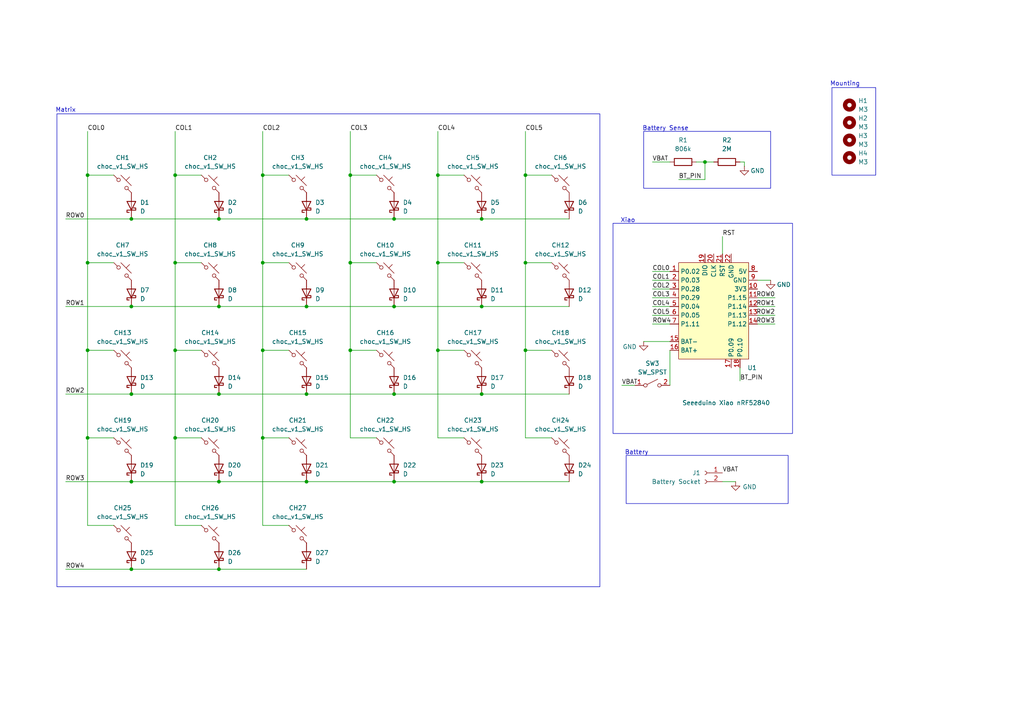
<source format=kicad_sch>
(kicad_sch (version 20250114) (generator "eeschema") (generator_version "9.0")
  (paper "A4")
  (lib_symbols
    (symbol "Connector:Conn_01x02_Socket" (pin_names (offset 1.016) (hide yes))
      (property "Reference" "J" (at 0 2.54 0))
      (property "Value" "Conn_01x02_Socket" (at 0 -5.08 0))
      (symbol "Conn_01x02_Socket_1_1"
        (polyline (pts (xy -1.27 0) (xy -0.508 0)) (stroke (width 0.1524)))
        (polyline (pts (xy -1.27 -2.54) (xy -0.508 -2.54)) (stroke (width 0.1524)))
        (arc (start 0 -0.508) (mid -0.5058 0) (end 0 0.508) (stroke (width 0.1524)))
        (arc (start 0 -3.048) (mid -0.5058 -2.54) (end 0 -2.032) (stroke (width 0.1524)))
        (pin passive line (at -5.08 0 0) (length 3.81) (name "Pin_1") (number "1"))
        (pin passive line (at -5.08 -2.54 0) (length 3.81) (name "Pin_2") (number "2"))
      )
    )
    (symbol "Device:R" (pin_numbers (hide yes)) (pin_names (offset 0))
      (property "Reference" "R" (at 2.032 0 90))
      (property "Value" "R" (at 0 0 90))
      (symbol "R_0_1"
        (rectangle (start -1.016 -2.54) (end 1.016 2.54) (stroke (width 0.254)))
      )
      (symbol "R_1_1"
        (pin passive line (at 0 3.81 270) (length 1.27) (name "~") (number "1"))
        (pin passive line (at 0 -3.81 90) (length 1.27) (name "~") (number "2"))
      )
    )
    (symbol "Diode:1N5819" (pin_numbers (hide yes)) (pin_names (offset 1.016) (hide yes))
      (property "Reference" "D" (at 0 2.54 0))
      (property "Value" "1N5819" (at 0 -2.54 0))
      (symbol "1N5819_0_1"
        (polyline (pts (xy -1.905 0.635) (xy -1.905 1.27) (xy -1.27 1.27) (xy -1.27 -1.27) (xy -0.635 -1.27) (xy -0.635 -0.635)) (stroke (width 0.254)))
        (polyline (pts (xy 1.27 1.27) (xy 1.27 -1.27) (xy -1.27 0) (xy 1.27 1.27)) (stroke (width 0.254)))
        (polyline (pts (xy 1.27 0) (xy -1.27 0)))
      )
      (symbol "1N5819_1_1"
        (pin passive line (at -3.81 0 0) (length 2.54) (name "K") (number "1"))
        (pin passive line (at 3.81 0 180) (length 2.54) (name "A") (number "2"))
      )
    )
    (symbol "Mechanical:MountingHole" (pin_names (offset 1.016)) (in_bom no)
      (property "Reference" "H" (at 0 5.08 0))
      (property "Value" "MountingHole" (at 0 3.175 0))
      (symbol "MountingHole_0_1"
        (circle (center 0 0) (radius 1.27) (stroke (width 1.27)))
      )
    )
    (symbol "PCM_marbastlib-choc:choc_v1_SW_HS_CPG135001S30" (pin_numbers (hide yes)) (pin_names (offset 1.016) (hide yes))
      (property "Reference" "CH" (at 3.048 1.016 0))
      (property "Value" "choc_v1_SW_HS" (at 0 -3.81 0))
      (symbol "choc_v1_SW_HS_CPG135001S30_0_1"
        (polyline (pts (xy -2.54 2.54) (xy -1.524 1.524) (xy -1.524 1.524)))
        (circle (center -1.1684 1.1684) (radius 0.508))
        (polyline (pts (xy -0.508 2.54) (xy 2.54 -0.508)))
        (polyline (pts (xy 1.016 1.016) (xy 2.032 2.032)))
        (circle (center 1.143 -1.1938) (radius 0.508))
        (polyline (pts (xy 1.524 -1.524) (xy 2.54 -2.54) (xy 2.54 -2.54) (xy 2.54 -2.54)))
        (pin passive line (at -2.54 2.54 0) (length 0) (name "1") (number "1"))
        (pin passive line (at 2.54 -2.54 180) (length 0) (name "2") (number "2"))
      )
    )
    (symbol "PCM_marbastlib-promicroish:Seeeduino_Xiao_nRF52840" (in_bom no)
      (property "Reference" "U" (at -10.16 -12.7 0))
      (property "Value" "Seeeduino Xiao nRF52840" (at -10.16 -15.24 0))
      (symbol "Seeeduino_Xiao_nRF52840_1_0"
        (pin bidirectional line (at -12.7 13.97 0) (length 2.54) (name "P0.02") (number "1"))
        (pin bidirectional line (at -12.7 11.43 0) (length 2.54) (name "P0.03") (number "2"))
        (pin bidirectional line (at -12.7 8.89 0) (length 2.54) (name "P0.28") (number "3"))
        (pin bidirectional line (at -12.7 6.35 0) (length 2.54) (name "P0.29") (number "4"))
        (pin bidirectional line (at -12.7 3.81 0) (length 2.54) (name "P0.04") (number "5"))
        (pin bidirectional line (at -12.7 1.27 0) (length 2.54) (name "P0.05") (number "6"))
        (pin bidirectional line (at -12.7 -1.27 0) (length 2.54) (name "P1.11") (number "7"))
        (pin power_in line (at -12.7 -6.35 0) (length 2.54) (name "BAT-") (number "15"))
        (pin power_in line (at -12.7 -8.89 0) (length 2.54) (name "BAT+") (number "16"))
        (pin bidirectional line (at -2.54 19.05 270) (length 2.54) (name "DIO") (number "19"))
        (pin bidirectional line (at 0 19.05 270) (length 2.54) (name "CLK") (number "20"))
        (pin bidirectional line (at 2.54 19.05 270) (length 2.54) (name "RST") (number "21"))
        (pin power_out line (at 5.08 19.05 270) (length 2.54) (name "GND") (number "22"))
        (pin bidirectional line (at 5.08 -13.97 90) (length 2.54) (name "P0.09") (number "17"))
        (pin bidirectional line (at 7.62 -13.97 90) (length 2.54) (name "P0.10") (number "18"))
        (pin power_out line (at 12.7 13.97 180) (length 2.54) (name "5V") (number "8"))
        (pin power_out line (at 12.7 11.43 180) (length 2.54) (name "GND") (number "9"))
        (pin power_out line (at 12.7 8.89 180) (length 2.54) (name "3V3") (number "10"))
        (pin bidirectional line (at 12.7 6.35 180) (length 2.54) (name "P1.15") (number "11"))
        (pin bidirectional line (at 12.7 3.81 180) (length 2.54) (name "P1.14") (number "12"))
        (pin bidirectional line (at 12.7 1.27 180) (length 2.54) (name "P1.13") (number "13"))
        (pin bidirectional line (at 12.7 -1.27 180) (length 2.54) (name "P1.12") (number "14"))
      )
      (symbol "Seeeduino_Xiao_nRF52840_1_1"
        (rectangle (start -10.16 16.51) (end 10.16 -11.43) (fill (type background)))
      )
    )
    (symbol "Switch:SW_SPST" (pin_names (offset 0) (hide yes))
      (property "Reference" "SW" (at 0 3.175 0))
      (property "Value" "SW_SPST" (at 0 -2.54 0))
      (symbol "SW_SPST_0_0"
        (circle (center -2.032 0) (radius 0.508))
        (polyline (pts (xy -1.524 0.254) (xy 1.524 1.778)))
        (circle (center 2.032 0) (radius 0.508))
      )
      (symbol "SW_SPST_1_1"
        (pin passive line (at -5.08 0 0) (length 2.54) (name "A") (number "1"))
        (pin passive line (at 5.08 0 180) (length 2.54) (name "B") (number "2"))
      )
    )
    (symbol "power:GND" (power) (pin_numbers (hide yes)) (pin_names (offset 0) (hide yes))
      (property "Value" "GND" (at 0 -3.81 0))
      (symbol "GND_0_1"
        (polyline (pts (xy 0 0) (xy 0 -1.27) (xy 1.27 -1.27) (xy 0 -2.54) (xy -1.27 -1.27) (xy 0 -1.27)))
      )
      (symbol "GND_1_1"
        (pin power_in line (at 0 0 270) (length 0) (name "~") (number "1"))
      )
    )
  )
  (rectangle (start 241.3 25.4) (end 254 50.8))
  (rectangle (start 181.61 132.08) (end 228.6 146.05))
  (rectangle (start 16.51 33.02) (end 173.99 170.18))
  (rectangle (start 177.8 64.77) (end 229.87 125.73))
  (rectangle (start 186.69 38.1) (end 223.52 54.61))
  (text "Battery Sense" (at 193.04 37.338 0) (effects (font (size 1.27 1.27))))
  (text "Xiao" (at 182.118 64.008 0) (effects (font (size 1.27 1.27))))
  (text "Mounting" (at 245.11 24.384 0) (effects (font (size 1.27 1.27))))
  (text "Battery" (at 184.658 131.318 0) (effects (font (size 1.27 1.27))))
  (text "Matrix" (at 19.05 32.004 0) (effects (font (size 1.27 1.27))))
  (junction (at 76.2 101.6))
  (junction (at 63.5 88.9))
  (junction (at 25.4 76.2))
  (junction (at 88.9 63.5))
  (junction (at 204.47 46.99))
  (junction (at 38.1 63.5))
  (junction (at 114.3 63.5))
  (junction (at 114.3 114.3))
  (junction (at 139.7 63.5))
  (junction (at 114.3 139.7))
  (junction (at 127 50.8))
  (junction (at 63.5 63.5))
  (junction (at 139.7 88.9))
  (junction (at 139.7 114.3))
  (junction (at 152.4 101.6))
  (junction (at 88.9 88.9))
  (junction (at 50.8 76.2))
  (junction (at 25.4 101.6))
  (junction (at 76.2 127))
  (junction (at 88.9 139.7))
  (junction (at 63.5 165.1))
  (junction (at 63.5 114.3))
  (junction (at 127 101.6))
  (junction (at 114.3 88.9))
  (junction (at 127 76.2))
  (junction (at 25.4 50.8))
  (junction (at 38.1 114.3))
  (junction (at 88.9 114.3))
  (junction (at 50.8 101.6))
  (junction (at 76.2 76.2))
  (junction (at 50.8 50.8))
  (junction (at 76.2 50.8))
  (junction (at 50.8 127))
  (junction (at 101.6 50.8))
  (junction (at 38.1 88.9))
  (junction (at 25.4 127))
  (junction (at 152.4 76.2))
  (junction (at 63.5 139.7))
  (junction (at 38.1 139.7))
  (junction (at 101.6 101.6))
  (junction (at 101.6 76.2))
  (junction (at 152.4 50.8))
  (junction (at 38.1 165.1))
  (junction (at 139.7 139.7))
  (wire (pts (xy 38.1 88.9) (xy 63.5 88.9)))
  (wire (pts (xy 25.4 50.8) (xy 33.02 50.8)))
  (wire (pts (xy 114.3 139.7) (xy 139.7 139.7)))
  (wire (pts (xy 114.3 88.9) (xy 139.7 88.9)))
  (wire (pts (xy 76.2 127) (xy 83.82 127)))
  (wire (pts (xy 76.2 50.8) (xy 83.82 50.8)))
  (wire (pts (xy 25.4 38.1) (xy 25.4 50.8)))
  (wire (pts (xy 139.7 114.3) (xy 165.1 114.3)))
  (wire (pts (xy 219.71 81.28) (xy 223.52 81.28)))
  (wire (pts (xy 63.5 165.1) (xy 88.9 165.1)))
  (wire (pts (xy 101.6 101.6) (xy 101.6 127)))
  (wire (pts (xy 19.05 165.1) (xy 38.1 165.1)))
  (wire (pts (xy 204.47 52.07) (xy 196.85 52.07)))
  (wire (pts (xy 50.8 101.6) (xy 58.42 101.6)))
  (wire (pts (xy 204.47 46.99) (xy 204.47 52.07)))
  (wire (pts (xy 101.6 50.8) (xy 109.22 50.8)))
  (wire (pts (xy 63.5 114.3) (xy 88.9 114.3)))
  (wire (pts (xy 88.9 88.9) (xy 114.3 88.9)))
  (wire (pts (xy 101.6 101.6) (xy 109.22 101.6)))
  (wire (pts (xy 152.4 127) (xy 160.02 127)))
  (wire (pts (xy 189.23 78.74) (xy 194.31 78.74)))
  (wire (pts (xy 88.9 63.5) (xy 114.3 63.5)))
  (wire (pts (xy 152.4 76.2) (xy 160.02 76.2)))
  (wire (pts (xy 127 101.6) (xy 134.62 101.6)))
  (wire (pts (xy 76.2 101.6) (xy 83.82 101.6)))
  (wire (pts (xy 214.63 106.68) (xy 214.63 110.49)))
  (wire (pts (xy 152.4 76.2) (xy 152.4 101.6)))
  (wire (pts (xy 76.2 76.2) (xy 83.82 76.2)))
  (wire (pts (xy 152.4 50.8) (xy 152.4 76.2)))
  (wire (pts (xy 189.23 86.36) (xy 194.31 86.36)))
  (wire (pts (xy 189.23 93.98) (xy 194.31 93.98)))
  (wire (pts (xy 224.79 86.36) (xy 219.71 86.36)))
  (wire (pts (xy 152.4 38.1) (xy 152.4 50.8)))
  (wire (pts (xy 38.1 165.1) (xy 63.5 165.1)))
  (wire (pts (xy 58.42 152.4) (xy 50.8 152.4)))
  (wire (pts (xy 189.23 88.9) (xy 194.31 88.9)))
  (wire (pts (xy 189.23 83.82) (xy 194.31 83.82)))
  (wire (pts (xy 101.6 38.1) (xy 101.6 50.8)))
  (wire (pts (xy 201.93 46.99) (xy 204.47 46.99)))
  (wire (pts (xy 101.6 50.8) (xy 101.6 76.2)))
  (wire (pts (xy 215.9 46.99) (xy 215.9 48.26)))
  (wire (pts (xy 25.4 127) (xy 25.4 152.4)))
  (wire (pts (xy 152.4 101.6) (xy 152.4 127)))
  (wire (pts (xy 25.4 127) (xy 33.02 127)))
  (wire (pts (xy 76.2 50.8) (xy 76.2 76.2)))
  (wire (pts (xy 50.8 127) (xy 58.42 127)))
  (wire (pts (xy 38.1 114.3) (xy 63.5 114.3)))
  (wire (pts (xy 127 38.1) (xy 127 50.8)))
  (wire (pts (xy 139.7 63.5) (xy 165.1 63.5)))
  (wire (pts (xy 209.55 68.58) (xy 209.55 73.66)))
  (wire (pts (xy 38.1 139.7) (xy 63.5 139.7)))
  (wire (pts (xy 127 127) (xy 134.62 127)))
  (wire (pts (xy 114.3 114.3) (xy 139.7 114.3)))
  (wire (pts (xy 114.3 63.5) (xy 139.7 63.5)))
  (wire (pts (xy 139.7 88.9) (xy 165.1 88.9)))
  (wire (pts (xy 139.7 139.7) (xy 165.1 139.7)))
  (wire (pts (xy 224.79 88.9) (xy 219.71 88.9)))
  (wire (pts (xy 50.8 127) (xy 50.8 152.4)))
  (wire (pts (xy 204.47 46.99) (xy 207.01 46.99)))
  (wire (pts (xy 50.8 50.8) (xy 50.8 76.2)))
  (wire (pts (xy 127 76.2) (xy 127 101.6)))
  (wire (pts (xy 25.4 101.6) (xy 25.4 127)))
  (wire (pts (xy 76.2 127) (xy 76.2 152.4)))
  (wire (pts (xy 101.6 76.2) (xy 109.22 76.2)))
  (wire (pts (xy 127 50.8) (xy 134.62 50.8)))
  (wire (pts (xy 25.4 76.2) (xy 33.02 76.2)))
  (wire (pts (xy 25.4 101.6) (xy 33.02 101.6)))
  (wire (pts (xy 224.79 91.44) (xy 219.71 91.44)))
  (wire (pts (xy 19.05 88.9) (xy 38.1 88.9)))
  (wire (pts (xy 180.34 111.76) (xy 184.15 111.76)))
  (wire (pts (xy 88.9 114.3) (xy 114.3 114.3)))
  (wire (pts (xy 101.6 127) (xy 109.22 127)))
  (wire (pts (xy 25.4 50.8) (xy 25.4 76.2)))
  (wire (pts (xy 209.55 139.7) (xy 213.36 139.7)))
  (wire (pts (xy 189.23 81.28) (xy 194.31 81.28)))
  (wire (pts (xy 101.6 76.2) (xy 101.6 101.6)))
  (wire (pts (xy 25.4 152.4) (xy 33.02 152.4)))
  (wire (pts (xy 214.63 46.99) (xy 215.9 46.99)))
  (wire (pts (xy 25.4 76.2) (xy 25.4 101.6)))
  (wire (pts (xy 50.8 38.1) (xy 50.8 50.8)))
  (wire (pts (xy 76.2 76.2) (xy 76.2 101.6)))
  (wire (pts (xy 19.05 63.5) (xy 38.1 63.5)))
  (wire (pts (xy 152.4 50.8) (xy 160.02 50.8)))
  (wire (pts (xy 83.82 152.4) (xy 76.2 152.4)))
  (wire (pts (xy 194.31 101.6) (xy 194.31 111.76)))
  (wire (pts (xy 189.23 46.99) (xy 194.31 46.99)))
  (wire (pts (xy 38.1 63.5) (xy 63.5 63.5)))
  (wire (pts (xy 19.05 139.7) (xy 38.1 139.7)))
  (wire (pts (xy 76.2 38.1) (xy 76.2 50.8)))
  (wire (pts (xy 63.5 63.5) (xy 88.9 63.5)))
  (wire (pts (xy 63.5 139.7) (xy 88.9 139.7)))
  (wire (pts (xy 50.8 50.8) (xy 58.42 50.8)))
  (wire (pts (xy 127 76.2) (xy 134.62 76.2)))
  (wire (pts (xy 76.2 101.6) (xy 76.2 127)))
  (wire (pts (xy 50.8 76.2) (xy 50.8 101.6)))
  (wire (pts (xy 63.5 88.9) (xy 88.9 88.9)))
  (wire (pts (xy 19.05 114.3) (xy 38.1 114.3)))
  (wire (pts (xy 152.4 101.6) (xy 160.02 101.6)))
  (wire (pts (xy 186.69 99.06) (xy 194.31 99.06)))
  (wire (pts (xy 88.9 139.7) (xy 114.3 139.7)))
  (wire (pts (xy 50.8 76.2) (xy 58.42 76.2)))
  (wire (pts (xy 189.23 91.44) (xy 194.31 91.44)))
  (wire (pts (xy 127 50.8) (xy 127 76.2)))
  (wire (pts (xy 50.8 101.6) (xy 50.8 127)))
  (wire (pts (xy 127 101.6) (xy 127 127)))
  (wire (pts (xy 224.79 93.98) (xy 219.71 93.98)))
  (label "COL3" (at 101.6 38.1 0))
  (label "VBAT" (at 189.23 46.99 0))
  (label "RST" (at 209.55 68.58 0))
  (label "COL2" (at 189.23 83.82 0))
  (label "ROW1" (at 19.05 88.9 0))
  (label "COL0" (at 189.23 78.74 0))
  (label "ROW2" (at 224.79 91.44 180))
  (label "COL0" (at 25.4 38.1 0))
  (label "ROW0" (at 224.79 86.36 180))
  (label "COL4" (at 189.23 88.9 0))
  (label "ROW0" (at 19.05 63.5 0))
  (label "COL5" (at 152.4 38.1 0))
  (label "COL1" (at 50.8 38.1 0))
  (label "BT_PIN" (at 214.63 110.49 0))
  (label "ROW4" (at 19.05 165.1 0))
  (label "COL3" (at 189.23 86.36 0))
  (label "COL4" (at 127 38.1 0))
  (label "VBAT" (at 209.55 137.16 0))
  (label "VBAT" (at 180.34 111.76 0))
  (label "COL1" (at 189.23 81.28 0))
  (label "ROW3" (at 224.79 93.98 180))
  (label "ROW4" (at 189.23 93.98 0))
  (label "BT_PIN" (at 196.85 52.07 0))
  (label "COL2" (at 76.2 38.1 0))
  (label "ROW2" (at 19.05 114.3 0))
  (label "COL5" (at 189.23 91.44 0))
  (label "ROW3" (at 19.05 139.7 0))
  (label "ROW1" (at 224.79 88.9 180))
  (symbol (lib_id "Diode:1N5819") (at 88.9 161.29 90) (unit 1)
    (property "Reference" "D54" (at 91.44 160.3374 90) (effects (justify right)))
    (property "Value" "D" (at 91.44 162.8774 90) (effects (justify right)))
    (property "Footprint" "Diode_SMD:D_SOD-123" (effects (hide yes)))
    (property "Datasheet" "http://www.vishay.com/docs/88525/1n5817.pdf" (effects (hide yes)))
    (property "Description" "40V 1A Schottky Barrier Rectifier Diode, DO-41" (effects (hide yes)))
    (property "Sim.Device" "D" (effects (hide yes)))
    (property "Sim.Pins" "1=K 2=A" (effects (hide yes)))
    (instances (project "split-keeb-v2" (path "" (reference "D27") (unit 1)) (path "" (reference "D54") (unit 1))))
  )
  (symbol (lib_id "power:GND") (at 213.36 139.7 0) (unit 1)
    (property "Reference" "#PWR04" (effects (hide yes)))
    (property "Value" "GND" (at 217.424 141.224 0))
    (property "Description" "Power symbol creates a global label with name \"GND\" , ground" (effects (hide yes)))
    (instances (project "split-keeb-v2" (path "" (reference "#PWR03") (unit 1)) (path "" (reference "#PWR04") (unit 1))))
  )
  (symbol (lib_id "Diode:1N5819") (at 63.5 110.49 90) (unit 1)
    (property "Reference" "D34" (at 66.04 109.5374 90) (effects (justify right)))
    (property "Value" "D" (at 66.04 112.0774 90) (effects (justify right)))
    (property "Footprint" "Diode_SMD:D_SOD-123" (effects (hide yes)))
    (property "Datasheet" "http://www.vishay.com/docs/88525/1n5817.pdf" (effects (hide yes)))
    (property "Description" "40V 1A Schottky Barrier Rectifier Diode, DO-41" (effects (hide yes)))
    (property "Sim.Device" "D" (effects (hide yes)))
    (property "Sim.Pins" "1=K 2=A" (effects (hide yes)))
    (instances (project "split-keeb-v2" (path "" (reference "D14") (unit 1)) (path "" (reference "D34") (unit 1))))
  )
  (symbol (lib_id "Diode:1N5819") (at 88.9 85.09 90) (unit 1)
    (property "Reference" "D37" (at 91.44 84.1374 90) (effects (justify right)))
    (property "Value" "D" (at 91.44 86.6774 90) (effects (justify right)))
    (property "Footprint" "Diode_SMD:D_SOD-123" (effects (hide yes)))
    (property "Datasheet" "http://www.vishay.com/docs/88525/1n5817.pdf" (effects (hide yes)))
    (property "Description" "40V 1A Schottky Barrier Rectifier Diode, DO-41" (effects (hide yes)))
    (property "Sim.Device" "D" (effects (hide yes)))
    (property "Sim.Pins" "1=K 2=A" (effects (hide yes)))
    (instances (project "split-keeb-v2" (path "" (reference "D9") (unit 1)) (path "" (reference "D37") (unit 1))))
  )
  (symbol (lib_id "PCM_marbastlib-choc:choc_v1_SW_HS_CPG135001S30") (at 111.76 129.54 0) (unit 1)
    (property "Reference" "CH49" (at 111.76 121.92 0))
    (property "Value" "choc_v1_SW_HS" (at 111.76 124.46 0))
    (property "Footprint" "PCM_marbastlib-choc:SW_choc_v1_HS_CPG135001S30_1u" (effects (hide yes)))
    (property "Description" "Push button switch, normally open, two pins, 45° tilted" (effects (hide yes)))
    (instances (project "split-keeb-v2" (path "" (reference "CH22") (unit 1)) (path "" (reference "CH49") (unit 1))))
  )
  (symbol (lib_id "Diode:1N5819") (at 165.1 135.89 90) (unit 1)
    (property "Reference" "D53" (at 167.64 134.9374 90) (effects (justify right)))
    (property "Value" "D" (at 167.64 137.4774 90) (effects (justify right)))
    (property "Footprint" "Diode_SMD:D_SOD-123" (effects (hide yes)))
    (property "Datasheet" "http://www.vishay.com/docs/88525/1n5817.pdf" (effects (hide yes)))
    (property "Description" "40V 1A Schottky Barrier Rectifier Diode, DO-41" (effects (hide yes)))
    (property "Sim.Device" "D" (effects (hide yes)))
    (property "Sim.Pins" "1=K 2=A" (effects (hide yes)))
    (instances (project "split-keeb-v2" (path "" (reference "D24") (unit 1)) (path "" (reference "D53") (unit 1))))
  )
  (symbol (lib_id "PCM_marbastlib-choc:choc_v1_SW_HS_CPG135001S30") (at 137.16 129.54 0) (unit 1)
    (property "Reference" "CH50" (at 137.16 121.92 0))
    (property "Value" "choc_v1_SW_HS" (at 137.16 124.46 0))
    (property "Footprint" "PCM_marbastlib-choc:SW_choc_v1_HS_CPG135001S30_1u" (effects (hide yes)))
    (property "Description" "Push button switch, normally open, two pins, 45° tilted" (effects (hide yes)))
    (instances (project "split-keeb-v2" (path "" (reference "CH23") (unit 1)) (path "" (reference "CH50") (unit 1))))
  )
  (symbol (lib_id "Diode:1N5819") (at 139.7 135.89 90) (unit 1)
    (property "Reference" "D48" (at 142.24 134.9374 90) (effects (justify right)))
    (property "Value" "D" (at 142.24 137.4774 90) (effects (justify right)))
    (property "Footprint" "Diode_SMD:D_SOD-123" (effects (hide yes)))
    (property "Datasheet" "http://www.vishay.com/docs/88525/1n5817.pdf" (effects (hide yes)))
    (property "Description" "40V 1A Schottky Barrier Rectifier Diode, DO-41" (effects (hide yes)))
    (property "Sim.Device" "D" (effects (hide yes)))
    (property "Sim.Pins" "1=K 2=A" (effects (hide yes)))
    (instances (project "split-keeb-v2" (path "" (reference "D23") (unit 1)) (path "" (reference "D48") (unit 1))))
  )
  (symbol (lib_id "Diode:1N5819") (at 114.3 135.89 90) (unit 1)
    (property "Reference" "D43" (at 116.84 134.9374 90) (effects (justify right)))
    (property "Value" "D" (at 116.84 137.4774 90) (effects (justify right)))
    (property "Footprint" "Diode_SMD:D_SOD-123" (effects (hide yes)))
    (property "Datasheet" "http://www.vishay.com/docs/88525/1n5817.pdf" (effects (hide yes)))
    (property "Description" "40V 1A Schottky Barrier Rectifier Diode, DO-41" (effects (hide yes)))
    (property "Sim.Device" "D" (effects (hide yes)))
    (property "Sim.Pins" "1=K 2=A" (effects (hide yes)))
    (instances (project "split-keeb-v2" (path "" (reference "D22") (unit 1)) (path "" (reference "D43") (unit 1))))
  )
  (symbol (lib_id "PCM_marbastlib-choc:choc_v1_SW_HS_CPG135001S30") (at 60.96 104.14 0) (unit 1)
    (property "Reference" "CH41" (at 60.96 96.52 0))
    (property "Value" "choc_v1_SW_HS" (at 60.96 99.06 0))
    (property "Footprint" "PCM_marbastlib-choc:SW_choc_v1_HS_CPG135001S30_1u" (effects (hide yes)))
    (property "Description" "Push button switch, normally open, two pins, 45° tilted" (effects (hide yes)))
    (instances (project "split-keeb-v2" (path "" (reference "CH14") (unit 1)) (path "" (reference "CH41") (unit 1))))
  )
  (symbol (lib_id "Diode:1N5819") (at 88.9 59.69 90) (unit 1)
    (property "Reference" "D36" (at 91.44 58.7374 90) (effects (justify right)))
    (property "Value" "D" (at 91.44 61.2774 90) (effects (justify right)))
    (property "Footprint" "Diode_SMD:D_SOD-123" (effects (hide yes)))
    (property "Datasheet" "http://www.vishay.com/docs/88525/1n5817.pdf" (effects (hide yes)))
    (property "Description" "40V 1A Schottky Barrier Rectifier Diode, DO-41" (effects (hide yes)))
    (property "Sim.Device" "D" (effects (hide yes)))
    (property "Sim.Pins" "1=K 2=A" (effects (hide yes)))
    (instances (project "split-keeb-v2" (path "" (reference "D3") (unit 1)) (path "" (reference "D36") (unit 1))))
  )
  (symbol (lib_id "Device:R") (at 198.12 46.99 90) (unit 1)
    (property "Reference" "R3" (at 198.12 40.64 90))
    (property "Value" "806k" (at 198.12 43.18 90))
    (property "Footprint" "Resistor_SMD:R_0805_2012Metric" (effects (hide yes)))
    (property "Description" "Resistor" (effects (hide yes)))
    (instances (project "" (path "" (reference "R1") (unit 1)) (path "" (reference "R3") (unit 1))))
  )
  (symbol (lib_id "PCM_marbastlib-choc:choc_v1_SW_HS_CPG135001S30") (at 60.96 129.54 0) (unit 1)
    (property "Reference" "CH47" (at 60.96 121.92 0))
    (property "Value" "choc_v1_SW_HS" (at 60.96 124.46 0))
    (property "Footprint" "PCM_marbastlib-choc:SW_choc_v1_HS_CPG135001S30_1u" (effects (hide yes)))
    (property "Description" "Push button switch, normally open, two pins, 45° tilted" (effects (hide yes)))
    (instances (project "split-keeb-v2" (path "" (reference "CH20") (unit 1)) (path "" (reference "CH47") (unit 1))))
  )
  (symbol (lib_id "PCM_marbastlib-choc:choc_v1_SW_HS_CPG135001S30") (at 111.76 104.14 0) (unit 1)
    (property "Reference" "CH43" (at 111.76 96.52 0))
    (property "Value" "choc_v1_SW_HS" (at 111.76 99.06 0))
    (property "Footprint" "PCM_marbastlib-choc:SW_choc_v1_HS_CPG135001S30_1u" (effects (hide yes)))
    (property "Description" "Push button switch, normally open, two pins, 45° tilted" (effects (hide yes)))
    (instances (project "split-keeb-v2" (path "" (reference "CH16") (unit 1)) (path "" (reference "CH43") (unit 1))))
  )
  (symbol (lib_id "Diode:1N5819") (at 63.5 161.29 90) (unit 1)
    (property "Reference" "D49" (at 66.04 160.3374 90) (effects (justify right)))
    (property "Value" "D" (at 66.04 162.8774 90) (effects (justify right)))
    (property "Footprint" "Diode_SMD:D_SOD-123" (effects (hide yes)))
    (property "Datasheet" "http://www.vishay.com/docs/88525/1n5817.pdf" (effects (hide yes)))
    (property "Description" "40V 1A Schottky Barrier Rectifier Diode, DO-41" (effects (hide yes)))
    (property "Sim.Device" "D" (effects (hide yes)))
    (property "Sim.Pins" "1=K 2=A" (effects (hide yes)))
    (instances (project "split-keeb-v2" (path "" (reference "D26") (unit 1)) (path "" (reference "D49") (unit 1))))
  )
  (symbol (lib_id "PCM_marbastlib-choc:choc_v1_SW_HS_CPG135001S30") (at 35.56 154.94 0) (unit 1)
    (property "Reference" "CH52" (at 35.56 147.32 0))
    (property "Value" "choc_v1_SW_HS" (at 35.56 149.86 0))
    (property "Footprint" "PCM_marbastlib-choc:SW_choc_v1_HS_CPG135001S30_1u" (effects (hide yes)))
    (property "Description" "Push button switch, normally open, two pins, 45° tilted" (effects (hide yes)))
    (instances (project "split-keeb-v2" (path "" (reference "CH25") (unit 1)) (path "" (reference "CH52") (unit 1))))
  )
  (symbol (lib_id "Switch:SW_SPST") (at 189.23 111.76 0) (unit 1)
    (property "Reference" "SW4" (at 189.23 105.41 0))
    (property "Value" "SW_SPST" (at 189.23 107.95 0))
    (property "Footprint" "Button_Switch_SMD:SW_SPDT_PCM12" (effects (hide yes)))
    (property "Description" "Single Pole Single Throw (SPST) switch" (effects (hide yes)))
    (instances (project "" (path "" (reference "SW3") (unit 1)) (path "" (reference "SW4") (unit 1))))
  )
  (symbol (lib_id "Diode:1N5819") (at 88.9 135.89 90) (unit 1)
    (property "Reference" "D39" (at 91.44 134.9374 90) (effects (justify right)))
    (property "Value" "D" (at 91.44 137.4774 90) (effects (justify right)))
    (property "Footprint" "Diode_SMD:D_SOD-123" (effects (hide yes)))
    (property "Datasheet" "http://www.vishay.com/docs/88525/1n5817.pdf" (effects (hide yes)))
    (property "Description" "40V 1A Schottky Barrier Rectifier Diode, DO-41" (effects (hide yes)))
    (property "Sim.Device" "D" (effects (hide yes)))
    (property "Sim.Pins" "1=K 2=A" (effects (hide yes)))
    (instances (project "split-keeb-v2" (path "" (reference "D21") (unit 1)) (path "" (reference "D39") (unit 1))))
  )
  (symbol (lib_id "Diode:1N5819") (at 38.1 85.09 90) (unit 1)
    (property "Reference" "D29" (at 40.64 84.1374 90) (effects (justify right)))
    (property "Value" "D" (at 40.64 86.6774 90) (effects (justify right)))
    (property "Footprint" "Diode_SMD:D_SOD-123" (effects (hide yes)))
    (property "Datasheet" "http://www.vishay.com/docs/88525/1n5817.pdf" (effects (hide yes)))
    (property "Description" "40V 1A Schottky Barrier Rectifier Diode, DO-41" (effects (hide yes)))
    (property "Sim.Device" "D" (effects (hide yes)))
    (property "Sim.Pins" "1=K 2=A" (effects (hide yes)))
    (instances (project "split-keeb-v2" (path "" (reference "D7") (unit 1)) (path "" (reference "D29") (unit 1))))
  )
  (symbol (lib_id "Diode:1N5819") (at 63.5 59.69 90) (unit 1)
    (property "Reference" "D32" (at 66.04 58.7374 90) (effects (justify right)))
    (property "Value" "D" (at 66.04 61.2774 90) (effects (justify right)))
    (property "Footprint" "Diode_SMD:D_SOD-123" (effects (hide yes)))
    (property "Datasheet" "http://www.vishay.com/docs/88525/1n5817.pdf" (effects (hide yes)))
    (property "Description" "40V 1A Schottky Barrier Rectifier Diode, DO-41" (effects (hide yes)))
    (property "Sim.Device" "D" (effects (hide yes)))
    (property "Sim.Pins" "1=K 2=A" (effects (hide yes)))
    (instances (project "split-keeb-v2" (path "" (reference "D2") (unit 1)) (path "" (reference "D32") (unit 1))))
  )
  (symbol (lib_id "Diode:1N5819") (at 165.1 85.09 90) (unit 1)
    (property "Reference" "D51" (at 167.64 84.1374 90) (effects (justify right)))
    (property "Value" "D" (at 167.64 86.6774 90) (effects (justify right)))
    (property "Footprint" "Diode_SMD:D_SOD-123" (effects (hide yes)))
    (property "Datasheet" "http://www.vishay.com/docs/88525/1n5817.pdf" (effects (hide yes)))
    (property "Description" "40V 1A Schottky Barrier Rectifier Diode, DO-41" (effects (hide yes)))
    (property "Sim.Device" "D" (effects (hide yes)))
    (property "Sim.Pins" "1=K 2=A" (effects (hide yes)))
    (instances (project "split-keeb-v2" (path "" (reference "D12") (unit 1)) (path "" (reference "D51") (unit 1))))
  )
  (symbol (lib_id "Device:R") (at 210.82 46.99 90) (unit 1)
    (property "Reference" "R4" (at 210.82 40.64 90))
    (property "Value" "2M" (at 210.82 43.18 90))
    (property "Footprint" "Resistor_SMD:R_0805_2012Metric" (effects (hide yes)))
    (property "Description" "Resistor" (effects (hide yes)))
    (instances (project "split-keeb-v2" (path "" (reference "R2") (unit 1)) (path "" (reference "R4") (unit 1))))
  )
  (symbol (lib_id "PCM_marbastlib-choc:choc_v1_SW_HS_CPG135001S30") (at 86.36 154.94 0) (unit 1)
    (property "Reference" "CH54" (at 86.36 147.32 0))
    (property "Value" "choc_v1_SW_HS" (at 86.36 149.86 0))
    (property "Footprint" "PCM_marbastlib-choc:SW_choc_v1_HS_CPG135001S30_1u" (effects (hide yes)))
    (property "Description" "Push button switch, normally open, two pins, 45° tilted" (effects (hide yes)))
    (instances (project "split-keeb-v2" (path "" (reference "CH27") (unit 1)) (path "" (reference "CH54") (unit 1))))
  )
  (symbol (lib_id "Mechanical:MountingHole") (at 246.38 45.72 0) (unit 1) (in_bom no)
    (property "Reference" "H8" (at 248.92 44.4499 0) (effects (justify left)))
    (property "Value" "M3" (at 248.92 46.9899 0) (effects (justify left)))
    (property "Footprint" "MountingHole:MountingHole_3.2mm_M3" (effects (hide yes)))
    (property "Description" "Mounting Hole without connection" (effects (hide yes)))
    (instances (project "split-keeb-v2" (path "" (reference "H4") (unit 1)) (path "" (reference "H8") (unit 1))))
  )
  (symbol (lib_id "PCM_marbastlib-choc:choc_v1_SW_HS_CPG135001S30") (at 60.96 154.94 0) (unit 1)
    (property "Reference" "CH53" (at 60.96 147.32 0))
    (property "Value" "choc_v1_SW_HS" (at 60.96 149.86 0))
    (property "Footprint" "PCM_marbastlib-choc:SW_choc_v1_HS_CPG135001S30_1u" (effects (hide yes)))
    (property "Description" "Push button switch, normally open, two pins, 45° tilted" (effects (hide yes)))
    (instances (project "split-keeb-v2" (path "" (reference "CH26") (unit 1)) (path "" (reference "CH53") (unit 1))))
  )
  (symbol (lib_id "PCM_marbastlib-promicroish:Seeeduino_Xiao_nRF52840") (at 207.01 92.71 0) (unit 1) (in_bom no)
    (property "Reference" "U2" (at 216.7733 106.68 0) (effects (justify left)))
    (property "Value" "Seeeduino Xiao nRF52840" (at 197.866 116.84 0) (effects (justify left)))
    (property "Footprint" "PCM_marbastlib-xp-promicroish:Xiao_nRF52840_ACH" (effects (hide yes)))
    (property "Description" "Symbol for a Seeeduino Xiao nRF52840" (effects (hide yes)))
    (instances (project "" (path "" (reference "U1") (unit 1)) (path "" (reference "U2") (unit 1))))
  )
  (symbol (lib_id "PCM_marbastlib-choc:choc_v1_SW_HS_CPG135001S30") (at 35.56 78.74 0) (unit 1)
    (property "Reference" "CH34" (at 35.56 71.12 0))
    (property "Value" "choc_v1_SW_HS" (at 35.56 73.66 0))
    (property "Footprint" "PCM_marbastlib-choc:SW_choc_v1_HS_CPG135001S30_1u" (effects (hide yes)))
    (property "Description" "Push button switch, normally open, two pins, 45° tilted" (effects (hide yes)))
    (instances (project "split-keeb-v2" (path "" (reference "CH7") (unit 1)) (path "" (reference "CH34") (unit 1))))
  )
  (symbol (lib_id "Diode:1N5819") (at 114.3 59.69 90) (unit 1)
    (property "Reference" "D40" (at 116.84 58.7374 90) (effects (justify right)))
    (property "Value" "D" (at 116.84 61.2774 90) (effects (justify right)))
    (property "Footprint" "Diode_SMD:D_SOD-123" (effects (hide yes)))
    (property "Datasheet" "http://www.vishay.com/docs/88525/1n5817.pdf" (effects (hide yes)))
    (property "Description" "40V 1A Schottky Barrier Rectifier Diode, DO-41" (effects (hide yes)))
    (property "Sim.Device" "D" (effects (hide yes)))
    (property "Sim.Pins" "1=K 2=A" (effects (hide yes)))
    (instances (project "split-keeb-v2" (path "" (reference "D4") (unit 1)) (path "" (reference "D40") (unit 1))))
  )
  (symbol (lib_id "Mechanical:MountingHole") (at 246.38 40.64 0) (unit 1) (in_bom no)
    (property "Reference" "H7" (at 248.92 39.3699 0) (effects (justify left)))
    (property "Value" "M3" (at 248.92 41.9099 0) (effects (justify left)))
    (property "Footprint" "MountingHole:MountingHole_3.2mm_M3" (effects (hide yes)))
    (property "Description" "Mounting Hole without connection" (effects (hide yes)))
    (instances (project "split-keeb-v2" (path "" (reference "H3") (unit 1)) (path "" (reference "H7") (unit 1))))
  )
  (symbol (lib_id "Diode:1N5819") (at 88.9 110.49 90) (unit 1)
    (property "Reference" "D38" (at 91.44 109.5374 90) (effects (justify right)))
    (property "Value" "D" (at 91.44 112.0774 90) (effects (justify right)))
    (property "Footprint" "Diode_SMD:D_SOD-123" (effects (hide yes)))
    (property "Datasheet" "http://www.vishay.com/docs/88525/1n5817.pdf" (effects (hide yes)))
    (property "Description" "40V 1A Schottky Barrier Rectifier Diode, DO-41" (effects (hide yes)))
    (property "Sim.Device" "D" (effects (hide yes)))
    (property "Sim.Pins" "1=K 2=A" (effects (hide yes)))
    (instances (project "split-keeb-v2" (path "" (reference "D15") (unit 1)) (path "" (reference "D38") (unit 1))))
  )
  (symbol (lib_id "power:GND") (at 223.52 81.28 0) (unit 1)
    (property "Reference" "#PWR0101" (effects (hide yes)))
    (property "Value" "GND" (at 227.33 82.55 0))
    (property "Description" "Power symbol creates a global label with name \"GND\" , ground" (effects (hide yes)))
    (instances (project "" (path "" (reference "#PWR08") (unit 1)) (path "" (reference "#PWR0101") (unit 1))))
  )
  (symbol (lib_id "Diode:1N5819") (at 165.1 59.69 90) (unit 1)
    (property "Reference" "D50" (at 167.64 58.7374 90) (effects (justify right)))
    (property "Value" "D" (at 167.64 61.2774 90) (effects (justify right)))
    (property "Footprint" "Diode_SMD:D_SOD-123" (effects (hide yes)))
    (property "Datasheet" "http://www.vishay.com/docs/88525/1n5817.pdf" (effects (hide yes)))
    (property "Description" "40V 1A Schottky Barrier Rectifier Diode, DO-41" (effects (hide yes)))
    (property "Sim.Device" "D" (effects (hide yes)))
    (property "Sim.Pins" "1=K 2=A" (effects (hide yes)))
    (instances (project "split-keeb-v2" (path "" (reference "D6") (unit 1)) (path "" (reference "D50") (unit 1))))
  )
  (symbol (lib_id "PCM_marbastlib-choc:choc_v1_SW_HS_CPG135001S30") (at 111.76 53.34 0) (unit 1)
    (property "Reference" "CH31" (at 111.76 45.72 0))
    (property "Value" "choc_v1_SW_HS" (at 111.76 48.26 0))
    (property "Footprint" "PCM_marbastlib-choc:SW_choc_v1_HS_CPG135001S30_1u" (effects (hide yes)))
    (property "Description" "Push button switch, normally open, two pins, 45° tilted" (effects (hide yes)))
    (instances (project "split-keeb-v2" (path "" (reference "CH4") (unit 1)) (path "" (reference "CH31") (unit 1))))
  )
  (symbol (lib_id "Diode:1N5819") (at 38.1 59.69 90) (unit 1)
    (property "Reference" "D28" (at 40.64 58.7374 90) (effects (justify right)))
    (property "Value" "D" (at 40.64 61.2774 90) (effects (justify right)))
    (property "Footprint" "Diode_SMD:D_SOD-123" (effects (hide yes)))
    (property "Datasheet" "http://www.vishay.com/docs/88525/1n5817.pdf" (effects (hide yes)))
    (property "Description" "40V 1A Schottky Barrier Rectifier Diode, DO-41" (effects (hide yes)))
    (property "Sim.Device" "D" (effects (hide yes)))
    (property "Sim.Pins" "1=K 2=A" (effects (hide yes)))
    (instances (project "" (path "" (reference "D1") (unit 1)) (path "" (reference "D28") (unit 1))))
  )
  (symbol (lib_id "Diode:1N5819") (at 63.5 85.09 90) (unit 1)
    (property "Reference" "D33" (at 66.04 84.1374 90) (effects (justify right)))
    (property "Value" "D" (at 66.04 86.6774 90) (effects (justify right)))
    (property "Footprint" "Diode_SMD:D_SOD-123" (effects (hide yes)))
    (property "Datasheet" "http://www.vishay.com/docs/88525/1n5817.pdf" (effects (hide yes)))
    (property "Description" "40V 1A Schottky Barrier Rectifier Diode, DO-41" (effects (hide yes)))
    (property "Sim.Device" "D" (effects (hide yes)))
    (property "Sim.Pins" "1=K 2=A" (effects (hide yes)))
    (instances (project "split-keeb-v2" (path "" (reference "D8") (unit 1)) (path "" (reference "D33") (unit 1))))
  )
  (symbol (lib_id "Diode:1N5819") (at 139.7 110.49 90) (unit 1)
    (property "Reference" "D47" (at 142.24 109.5374 90) (effects (justify right)))
    (property "Value" "D" (at 142.24 112.0774 90) (effects (justify right)))
    (property "Footprint" "Diode_SMD:D_SOD-123" (effects (hide yes)))
    (property "Datasheet" "http://www.vishay.com/docs/88525/1n5817.pdf" (effects (hide yes)))
    (property "Description" "40V 1A Schottky Barrier Rectifier Diode, DO-41" (effects (hide yes)))
    (property "Sim.Device" "D" (effects (hide yes)))
    (property "Sim.Pins" "1=K 2=A" (effects (hide yes)))
    (instances (project "split-keeb-v2" (path "" (reference "D17") (unit 1)) (path "" (reference "D47") (unit 1))))
  )
  (symbol (lib_id "Diode:1N5819") (at 38.1 161.29 90) (unit 1)
    (property "Reference" "D44" (at 40.64 160.3374 90) (effects (justify right)))
    (property "Value" "D" (at 40.64 162.8774 90) (effects (justify right)))
    (property "Footprint" "Diode_SMD:D_SOD-123" (effects (hide yes)))
    (property "Datasheet" "http://www.vishay.com/docs/88525/1n5817.pdf" (effects (hide yes)))
    (property "Description" "40V 1A Schottky Barrier Rectifier Diode, DO-41" (effects (hide yes)))
    (property "Sim.Device" "D" (effects (hide yes)))
    (property "Sim.Pins" "1=K 2=A" (effects (hide yes)))
    (instances (project "split-keeb-v2" (path "" (reference "D25") (unit 1)) (path "" (reference "D44") (unit 1))))
  )
  (symbol (lib_id "Diode:1N5819") (at 165.1 110.49 90) (unit 1)
    (property "Reference" "D52" (at 167.64 109.5374 90) (effects (justify right)))
    (property "Value" "D" (at 167.64 112.0774 90) (effects (justify right)))
    (property "Footprint" "Diode_SMD:D_SOD-123" (effects (hide yes)))
    (property "Datasheet" "http://www.vishay.com/docs/88525/1n5817.pdf" (effects (hide yes)))
    (property "Description" "40V 1A Schottky Barrier Rectifier Diode, DO-41" (effects (hide yes)))
    (property "Sim.Device" "D" (effects (hide yes)))
    (property "Sim.Pins" "1=K 2=A" (effects (hide yes)))
    (instances (project "split-keeb-v2" (path "" (reference "D18") (unit 1)) (path "" (reference "D52") (unit 1))))
  )
  (symbol (lib_id "Diode:1N5819") (at 38.1 110.49 90) (unit 1)
    (property "Reference" "D30" (at 40.64 109.5374 90) (effects (justify right)))
    (property "Value" "D" (at 40.64 112.0774 90) (effects (justify right)))
    (property "Footprint" "Diode_SMD:D_SOD-123" (effects (hide yes)))
    (property "Datasheet" "http://www.vishay.com/docs/88525/1n5817.pdf" (effects (hide yes)))
    (property "Description" "40V 1A Schottky Barrier Rectifier Diode, DO-41" (effects (hide yes)))
    (property "Sim.Device" "D" (effects (hide yes)))
    (property "Sim.Pins" "1=K 2=A" (effects (hide yes)))
    (instances (project "split-keeb-v2" (path "" (reference "D13") (unit 1)) (path "" (reference "D30") (unit 1))))
  )
  (symbol (lib_id "power:GND") (at 215.9 48.26 0) (unit 1)
    (property "Reference" "#PWR06" (effects (hide yes)))
    (property "Value" "GND" (at 219.71 49.53 0))
    (property "Description" "Power symbol creates a global label with name \"GND\" , ground" (effects (hide yes)))
    (instances (project "split-keeb-v2" (path "" (reference "#PWR07") (unit 1)) (path "" (reference "#PWR06") (unit 1))))
  )
  (symbol (lib_id "Connector:Conn_01x02_Socket") (at 204.47 137.16 0) (mirror y) (unit 1)
    (property "Reference" "J2" (at 203.2 137.1599 0) (effects (justify left)))
    (property "Value" "Battery Socket" (at 203.2 139.6999 0) (effects (justify left)))
    (property "Footprint" "PCM_marbastlib-various:CON_JST_ACH_BM02B" (effects (hide yes)))
    (property "Description" "Generic connector, single row, 01x02, script generated" (effects (hide yes)))
    (instances (project "" (path "" (reference "J1") (unit 1)) (path "" (reference "J2") (unit 1))))
  )
  (symbol (lib_id "Diode:1N5819") (at 114.3 110.49 90) (unit 1)
    (property "Reference" "D42" (at 116.84 109.5374 90) (effects (justify right)))
    (property "Value" "D" (at 116.84 112.0774 90) (effects (justify right)))
    (property "Footprint" "Diode_SMD:D_SOD-123" (effects (hide yes)))
    (property "Datasheet" "http://www.vishay.com/docs/88525/1n5817.pdf" (effects (hide yes)))
    (property "Description" "40V 1A Schottky Barrier Rectifier Diode, DO-41" (effects (hide yes)))
    (property "Sim.Device" "D" (effects (hide yes)))
    (property "Sim.Pins" "1=K 2=A" (effects (hide yes)))
    (instances (project "split-keeb-v2" (path "" (reference "D16") (unit 1)) (path "" (reference "D42") (unit 1))))
  )
  (symbol (lib_id "Diode:1N5819") (at 139.7 85.09 90) (unit 1)
    (property "Reference" "D46" (at 142.24 84.1374 90) (effects (justify right)))
    (property "Value" "D" (at 142.24 86.6774 90) (effects (justify right)))
    (property "Footprint" "Diode_SMD:D_SOD-123" (effects (hide yes)))
    (property "Datasheet" "http://www.vishay.com/docs/88525/1n5817.pdf" (effects (hide yes)))
    (property "Description" "40V 1A Schottky Barrier Rectifier Diode, DO-41" (effects (hide yes)))
    (property "Sim.Device" "D" (effects (hide yes)))
    (property "Sim.Pins" "1=K 2=A" (effects (hide yes)))
    (instances (project "split-keeb-v2" (path "" (reference "D11") (unit 1)) (path "" (reference "D46") (unit 1))))
  )
  (symbol (lib_id "PCM_marbastlib-choc:choc_v1_SW_HS_CPG135001S30") (at 60.96 78.74 0) (unit 1)
    (property "Reference" "CH35" (at 60.96 71.12 0))
    (property "Value" "choc_v1_SW_HS" (at 60.96 73.66 0))
    (property "Footprint" "PCM_marbastlib-choc:SW_choc_v1_HS_CPG135001S30_1u" (effects (hide yes)))
    (property "Description" "Push button switch, normally open, two pins, 45° tilted" (effects (hide yes)))
    (instances (project "split-keeb-v2" (path "" (reference "CH8") (unit 1)) (path "" (reference "CH35") (unit 1))))
  )
  (symbol (lib_id "PCM_marbastlib-choc:choc_v1_SW_HS_CPG135001S30") (at 111.76 78.74 0) (unit 1)
    (property "Reference" "CH37" (at 111.76 71.12 0))
    (property "Value" "choc_v1_SW_HS" (at 111.76 73.66 0))
    (property "Footprint" "PCM_marbastlib-choc:SW_choc_v1_HS_CPG135001S30_1u" (effects (hide yes)))
    (property "Description" "Push button switch, normally open, two pins, 45° tilted" (effects (hide yes)))
    (instances (project "split-keeb-v2" (path "" (reference "CH10") (unit 1)) (path "" (reference "CH37") (unit 1))))
  )
  (symbol (lib_id "PCM_marbastlib-choc:choc_v1_SW_HS_CPG135001S30") (at 60.96 53.34 0) (unit 1)
    (property "Reference" "CH29" (at 60.96 45.72 0))
    (property "Value" "choc_v1_SW_HS" (at 60.96 48.26 0))
    (property "Footprint" "PCM_marbastlib-choc:SW_choc_v1_HS_CPG135001S30_1u" (effects (hide yes)))
    (property "Description" "Push button switch, normally open, two pins, 45° tilted" (effects (hide yes)))
    (instances (project "split-keeb-v2" (path "" (reference "CH2") (unit 1)) (path "" (reference "CH29") (unit 1))))
  )
  (symbol (lib_id "Mechanical:MountingHole") (at 246.38 35.56 0) (unit 1) (in_bom no)
    (property "Reference" "H6" (at 248.92 34.2899 0) (effects (justify left)))
    (property "Value" "M3" (at 248.92 36.8299 0) (effects (justify left)))
    (property "Footprint" "MountingHole:MountingHole_3.2mm_M3" (effects (hide yes)))
    (property "Description" "Mounting Hole without connection" (effects (hide yes)))
    (instances (project "split-keeb-v2" (path "" (reference "H2") (unit 1)) (path "" (reference "H6") (unit 1))))
  )
  (symbol (lib_id "power:GND") (at 186.69 99.06 0) (mirror y) (unit 1)
    (property "Reference" "#PWR02" (effects (hide yes)))
    (property "Value" "GND" (at 182.626 100.584 0))
    (property "Description" "Power symbol creates a global label with name \"GND\" , ground" (effects (hide yes)))
    (instances (project "split-keeb-v2" (path "" (reference "#PWR05") (unit 1)) (path "" (reference "#PWR02") (unit 1))))
  )
  (symbol (lib_id "Diode:1N5819") (at 114.3 85.09 90) (unit 1)
    (property "Reference" "D41" (at 116.84 84.1374 90) (effects (justify right)))
    (property "Value" "D" (at 116.84 86.6774 90) (effects (justify right)))
    (property "Footprint" "Diode_SMD:D_SOD-123" (effects (hide yes)))
    (property "Datasheet" "http://www.vishay.com/docs/88525/1n5817.pdf" (effects (hide yes)))
    (property "Description" "40V 1A Schottky Barrier Rectifier Diode, DO-41" (effects (hide yes)))
    (property "Sim.Device" "D" (effects (hide yes)))
    (property "Sim.Pins" "1=K 2=A" (effects (hide yes)))
    (instances (project "split-keeb-v2" (path "" (reference "D10") (unit 1)) (path "" (reference "D41") (unit 1))))
  )
  (symbol (lib_id "PCM_marbastlib-choc:choc_v1_SW_HS_CPG135001S30") (at 35.56 53.34 0) (unit 1)
    (property "Reference" "CH28" (at 35.56 45.72 0))
    (property "Value" "choc_v1_SW_HS" (at 35.56 48.26 0))
    (property "Footprint" "PCM_marbastlib-choc:SW_choc_v1_HS_CPG135001S30_1u" (effects (hide yes)))
    (property "Description" "Push button switch, normally open, two pins, 45° tilted" (effects (hide yes)))
    (instances (project "" (path "" (reference "CH1") (unit 1)) (path "" (reference "CH28") (unit 1))))
  )
  (symbol (lib_id "PCM_marbastlib-choc:choc_v1_SW_HS_CPG135001S30") (at 162.56 78.74 0) (unit 1)
    (property "Reference" "CH39" (at 162.56 71.12 0))
    (property "Value" "choc_v1_SW_HS" (at 162.56 73.66 0))
    (property "Footprint" "PCM_marbastlib-choc:SW_choc_v1_HS_CPG135001S30_1u" (effects (hide yes)))
    (property "Description" "Push button switch, normally open, two pins, 45° tilted" (effects (hide yes)))
    (instances (project "split-keeb-v2" (path "" (reference "CH12") (unit 1)) (path "" (reference "CH39") (unit 1))))
  )
  (symbol (lib_id "PCM_marbastlib-choc:choc_v1_SW_HS_CPG135001S30") (at 86.36 53.34 0) (unit 1)
    (property "Reference" "CH30" (at 86.36 45.72 0))
    (property "Value" "choc_v1_SW_HS" (at 86.36 48.26 0))
    (property "Footprint" "PCM_marbastlib-choc:SW_choc_v1_HS_CPG135001S30_1u" (effects (hide yes)))
    (property "Description" "Push button switch, normally open, two pins, 45° tilted" (effects (hide yes)))
    (instances (project "split-keeb-v2" (path "" (reference "CH3") (unit 1)) (path "" (reference "CH30") (unit 1))))
  )
  (symbol (lib_id "PCM_marbastlib-choc:choc_v1_SW_HS_CPG135001S30") (at 137.16 104.14 0) (unit 1)
    (property "Reference" "CH44" (at 137.16 96.52 0))
    (property "Value" "choc_v1_SW_HS" (at 137.16 99.06 0))
    (property "Footprint" "PCM_marbastlib-choc:SW_choc_v1_HS_CPG135001S30_1u" (effects (hide yes)))
    (property "Description" "Push button switch, normally open, two pins, 45° tilted" (effects (hide yes)))
    (instances (project "split-keeb-v2" (path "" (reference "CH17") (unit 1)) (path "" (reference "CH44") (unit 1))))
  )
  (symbol (lib_id "PCM_marbastlib-choc:choc_v1_SW_HS_CPG135001S30") (at 162.56 53.34 0) (unit 1)
    (property "Reference" "CH33" (at 162.56 45.72 0))
    (property "Value" "choc_v1_SW_HS" (at 162.56 48.26 0))
    (property "Footprint" "PCM_marbastlib-choc:SW_choc_v1_HS_CPG135001S30_1u" (effects (hide yes)))
    (property "Description" "Push button switch, normally open, two pins, 45° tilted" (effects (hide yes)))
    (instances (project "split-keeb-v2" (path "" (reference "CH6") (unit 1)) (path "" (reference "CH33") (unit 1))))
  )
  (symbol (lib_id "Mechanical:MountingHole") (at 246.38 30.48 0) (unit 1) (in_bom no)
    (property "Reference" "H5" (at 248.92 29.2099 0) (effects (justify left)))
    (property "Value" "M3" (at 248.92 31.7499 0) (effects (justify left)))
    (property "Footprint" "MountingHole:MountingHole_3.2mm_M3" (effects (hide yes)))
    (property "Description" "Mounting Hole without connection" (effects (hide yes)))
    (instances (project "split-keeb-v2" (path "" (reference "H1") (unit 1)) (path "" (reference "H5") (unit 1))))
  )
  (symbol (lib_id "PCM_marbastlib-choc:choc_v1_SW_HS_CPG135001S30") (at 86.36 78.74 0) (unit 1)
    (property "Reference" "CH36" (at 86.36 71.12 0))
    (property "Value" "choc_v1_SW_HS" (at 86.36 73.66 0))
    (property "Footprint" "PCM_marbastlib-choc:SW_choc_v1_HS_CPG135001S30_1u" (effects (hide yes)))
    (property "Description" "Push button switch, normally open, two pins, 45° tilted" (effects (hide yes)))
    (instances (project "split-keeb-v2" (path "" (reference "CH9") (unit 1)) (path "" (reference "CH36") (unit 1))))
  )
  (symbol (lib_id "PCM_marbastlib-choc:choc_v1_SW_HS_CPG135001S30") (at 137.16 78.74 0) (unit 1)
    (property "Reference" "CH38" (at 137.16 71.12 0))
    (property "Value" "choc_v1_SW_HS" (at 137.16 73.66 0))
    (property "Footprint" "PCM_marbastlib-choc:SW_choc_v1_HS_CPG135001S30_1u" (effects (hide yes)))
    (property "Description" "Push button switch, normally open, two pins, 45° tilted" (effects (hide yes)))
    (instances (project "split-keeb-v2" (path "" (reference "CH11") (unit 1)) (path "" (reference "CH38") (unit 1))))
  )
  (symbol (lib_id "Diode:1N5819") (at 139.7 59.69 90) (unit 1)
    (property "Reference" "D45" (at 142.24 58.7374 90) (effects (justify right)))
    (property "Value" "D" (at 142.24 61.2774 90) (effects (justify right)))
    (property "Footprint" "Diode_SMD:D_SOD-123" (effects (hide yes)))
    (property "Datasheet" "http://www.vishay.com/docs/88525/1n5817.pdf" (effects (hide yes)))
    (property "Description" "40V 1A Schottky Barrier Rectifier Diode, DO-41" (effects (hide yes)))
    (property "Sim.Device" "D" (effects (hide yes)))
    (property "Sim.Pins" "1=K 2=A" (effects (hide yes)))
    (instances (project "split-keeb-v2" (path "" (reference "D5") (unit 1)) (path "" (reference "D45") (unit 1))))
  )
  (symbol (lib_id "PCM_marbastlib-choc:choc_v1_SW_HS_CPG135001S30") (at 35.56 129.54 0) (unit 1)
    (property "Reference" "CH46" (at 35.56 121.92 0))
    (property "Value" "choc_v1_SW_HS" (at 35.56 124.46 0))
    (property "Footprint" "PCM_marbastlib-choc:SW_choc_v1_HS_CPG135001S30_1u" (effects (hide yes)))
    (property "Description" "Push button switch, normally open, two pins, 45° tilted" (effects (hide yes)))
    (instances (project "split-keeb-v2" (path "" (reference "CH19") (unit 1)) (path "" (reference "CH46") (unit 1))))
  )
  (symbol (lib_id "PCM_marbastlib-choc:choc_v1_SW_HS_CPG135001S30") (at 86.36 129.54 0) (unit 1)
    (property "Reference" "CH48" (at 86.36 121.92 0))
    (property "Value" "choc_v1_SW_HS" (at 86.36 124.46 0))
    (property "Footprint" "PCM_marbastlib-choc:SW_choc_v1_HS_CPG135001S30_1u" (effects (hide yes)))
    (property "Description" "Push button switch, normally open, two pins, 45° tilted" (effects (hide yes)))
    (instances (project "split-keeb-v2" (path "" (reference "CH21") (unit 1)) (path "" (reference "CH48") (unit 1))))
  )
  (symbol (lib_id "PCM_marbastlib-choc:choc_v1_SW_HS_CPG135001S30") (at 86.36 104.14 0) (unit 1)
    (property "Reference" "CH42" (at 86.36 96.52 0))
    (property "Value" "choc_v1_SW_HS" (at 86.36 99.06 0))
    (property "Footprint" "PCM_marbastlib-choc:SW_choc_v1_HS_CPG135001S30_1u" (effects (hide yes)))
    (property "Description" "Push button switch, normally open, two pins, 45° tilted" (effects (hide yes)))
    (instances (project "split-keeb-v2" (path "" (reference "CH15") (unit 1)) (path "" (reference "CH42") (unit 1))))
  )
  (symbol (lib_id "PCM_marbastlib-choc:choc_v1_SW_HS_CPG135001S30") (at 137.16 53.34 0) (unit 1)
    (property "Reference" "CH32" (at 137.16 45.72 0))
    (property "Value" "choc_v1_SW_HS" (at 137.16 48.26 0))
    (property "Footprint" "PCM_marbastlib-choc:SW_choc_v1_HS_CPG135001S30_1u" (effects (hide yes)))
    (property "Description" "Push button switch, normally open, two pins, 45° tilted" (effects (hide yes)))
    (instances (project "split-keeb-v2" (path "" (reference "CH5") (unit 1)) (path "" (reference "CH32") (unit 1))))
  )
  (symbol (lib_id "PCM_marbastlib-choc:choc_v1_SW_HS_CPG135001S30") (at 35.56 104.14 0) (unit 1)
    (property "Reference" "CH40" (at 35.56 96.52 0))
    (property "Value" "choc_v1_SW_HS" (at 35.56 99.06 0))
    (property "Footprint" "PCM_marbastlib-choc:SW_choc_v1_HS_CPG135001S30_1u" (effects (hide yes)))
    (property "Description" "Push button switch, normally open, two pins, 45° tilted" (effects (hide yes)))
    (instances (project "split-keeb-v2" (path "" (reference "CH13") (unit 1)) (path "" (reference "CH40") (unit 1))))
  )
  (symbol (lib_id "PCM_marbastlib-choc:choc_v1_SW_HS_CPG135001S30") (at 162.56 129.54 0) (unit 1)
    (property "Reference" "CH51" (at 162.56 121.92 0))
    (property "Value" "choc_v1_SW_HS" (at 162.56 124.46 0))
    (property "Footprint" "PCM_marbastlib-choc:SW_choc_v1_HS_CPG135001S30_1u" (effects (hide yes)))
    (property "Description" "Push button switch, normally open, two pins, 45° tilted" (effects (hide yes)))
    (instances (project "split-keeb-v2" (path "" (reference "CH24") (unit 1)) (path "" (reference "CH51") (unit 1))))
  )
  (symbol (lib_id "Diode:1N5819") (at 38.1 135.89 90) (unit 1)
    (property "Reference" "D31" (at 40.64 134.9374 90) (effects (justify right)))
    (property "Value" "D" (at 40.64 137.4774 90) (effects (justify right)))
    (property "Footprint" "Diode_SMD:D_SOD-123" (effects (hide yes)))
    (property "Datasheet" "http://www.vishay.com/docs/88525/1n5817.pdf" (effects (hide yes)))
    (property "Description" "40V 1A Schottky Barrier Rectifier Diode, DO-41" (effects (hide yes)))
    (property "Sim.Device" "D" (effects (hide yes)))
    (property "Sim.Pins" "1=K 2=A" (effects (hide yes)))
    (instances (project "split-keeb-v2" (path "" (reference "D19") (unit 1)) (path "" (reference "D31") (unit 1))))
  )
  (symbol (lib_id "PCM_marbastlib-choc:choc_v1_SW_HS_CPG135001S30") (at 162.56 104.14 0) (unit 1)
    (property "Reference" "CH45" (at 162.56 96.52 0))
    (property "Value" "choc_v1_SW_HS" (at 162.56 99.06 0))
    (property "Footprint" "PCM_marbastlib-choc:SW_choc_v1_HS_CPG135001S30_1u" (effects (hide yes)))
    (property "Description" "Push button switch, normally open, two pins, 45° tilted" (effects (hide yes)))
    (instances (project "split-keeb-v2" (path "" (reference "CH18") (unit 1)) (path "" (reference "CH45") (unit 1))))
  )
  (symbol (lib_id "Diode:1N5819") (at 63.5 135.89 90) (unit 1)
    (property "Reference" "D35" (at 66.04 134.9374 90) (effects (justify right)))
    (property "Value" "D" (at 66.04 137.4774 90) (effects (justify right)))
    (property "Footprint" "Diode_SMD:D_SOD-123" (effects (hide yes)))
    (property "Datasheet" "http://www.vishay.com/docs/88525/1n5817.pdf" (effects (hide yes)))
    (property "Description" "40V 1A Schottky Barrier Rectifier Diode, DO-41" (effects (hide yes)))
    (property "Sim.Device" "D" (effects (hide yes)))
    (property "Sim.Pins" "1=K 2=A" (effects (hide yes)))
    (instances (project "split-keeb-v2" (path "" (reference "D20") (unit 1)) (path "" (reference "D35") (unit 1))))
  )
)
</source>
